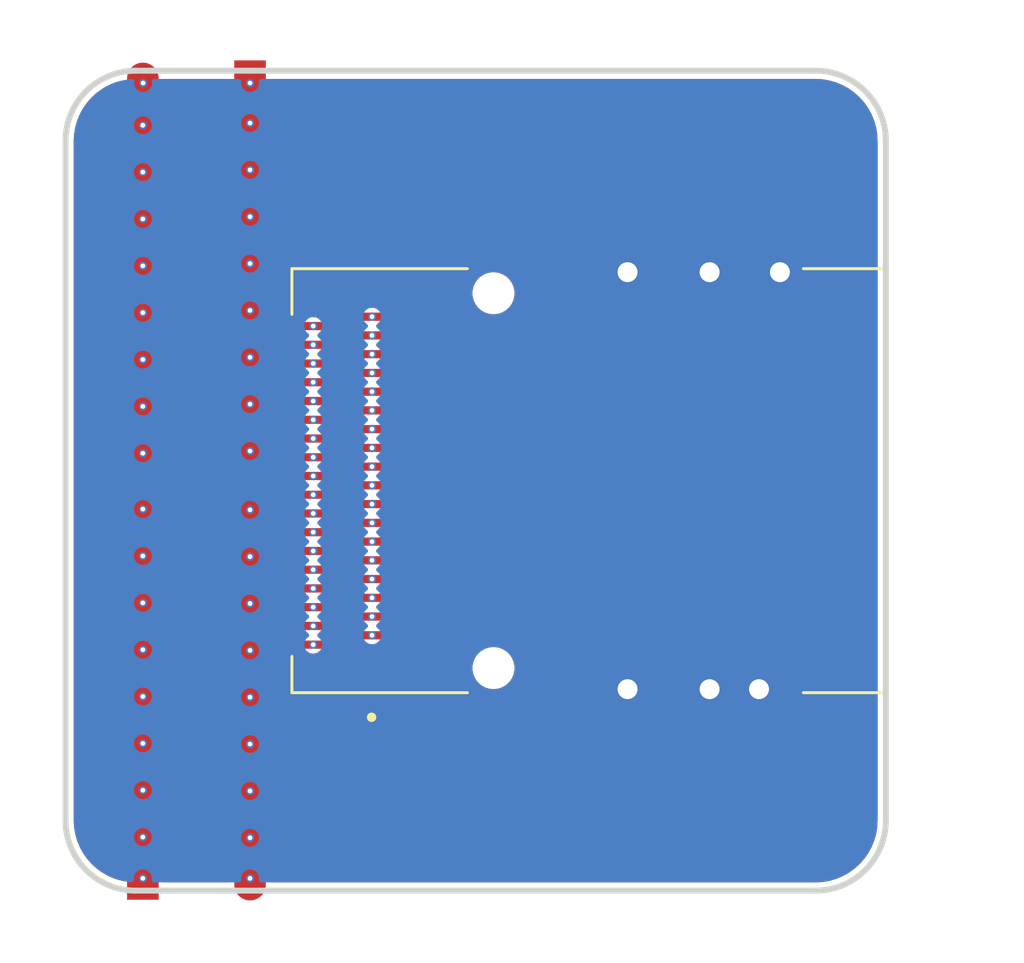
<source format=kicad_pcb>
(kicad_pcb (version 20221018) (generator pcbnew)
  (layers (0 "F.Cu" mixed) (1 "In1.Cu" signal) (2 "In2.Cu" signal) (31 "B.Cu" signal) (34 "B.Paste" user) (35 "F.Paste" user) (36 "B.SilkS" user "B.Silkscreen") (37 "F.SilkS" user "F.Silkscreen") (38 "B.Mask" user) (39 "F.Mask" user) (44 "Edge.Cuts" user))
  (net 0 "")
  (net 1 "Net-(J4-Pin_9)")
  (net 2 "Net-(J4-Pin_8)")
  (net 3 "Net-(J4-Pin_7)")
  (net 4 "Net-(J4-Pin_6)")
  (net 5 "Net-(J4-Pin_5)")
  (net 6 "Net-(J4-Pin_4)")
  (net 7 "Net-(J4-Pin_3)")
  (net 8 "Net-(J4-Pin_2)")
  (net 9 "Net-(J4-Pin_1)")
  (net 10 "Net-(J5-Pin_9)")
  (net 11 "Net-(J5-Pin_8)")
  (net 12 "Net-(J5-Pin_7)")
  (net 13 "Net-(J5-Pin_6)")
  (net 14 "Net-(J5-Pin_5)")
  (net 15 "Net-(J5-Pin_4)")
  (net 16 "Net-(J5-Pin_3)")
  (net 17 "Net-(J5-Pin_2)")
  (net 18 "Net-(J5-Pin_1)")
  (net 19 "Net-(J2-Pin_1)")
  (net 20 "Net-(J2-Pin_2)")
  (net 21 "Net-(J2-Pin_3)")
  (net 22 "Net-(J2-Pin_4)")
  (net 23 "Net-(J2-Pin_5)")
  (net 24 "Net-(J2-Pin_6)")
  (net 25 "Net-(J2-Pin_7)")
  (net 26 "Net-(J2-Pin_8)")
  (net 27 "Net-(J2-Pin_9)")
  (net 28 "Net-(J3-Pin_1)")
  (net 29 "Net-(J3-Pin_2)")
  (net 30 "Net-(J3-Pin_3)")
  (net 31 "Net-(J3-Pin_4)")
  (net 32 "Net-(J3-Pin_5)")
  (net 33 "Net-(J3-Pin_6)")
  (net 34 "Net-(J3-Pin_7)")
  (net 35 "Net-(J3-Pin_8)")
  (net 36 "Net-(J3-Pin_9)")
  (net 37 "GND")
  (footprint "Connector_PinSocket_2.00mm:PinSocket_1x09_P2.00mm_Vertical_test" (layer "F.Cu") (at 151.892 60.738)
    (fp_text reference "J5" hide)
    (fp_text value "Conn_01x09" hide)
    (pad "1" smd rect (at 0 0) (size 1.35 1.35) (layers "F.Cu" "F.Paste" "F.Mask") (net 18 "Net-(J5-Pin_1)"))
    (pad "2" smd oval (at 0 2) (size 1.35 1.35) (layers "F.Cu" "F.Paste" "F.Mask") (net 17 "Net-(J5-Pin_2)"))
    (pad "3" smd oval (at 0 4) (size 1.35 1.35) (layers "F.Cu" "F.Paste" "F.Mask") (net 16 "Net-(J5-Pin_3)"))
    (pad "4" smd oval (at 0 6) (size 1.35 1.35) (layers "F.Cu" "F.Paste" "F.Mask") (net 15 "Net-(J5-Pin_4)"))
    (pad "5" smd oval (at 0 8) (size 1.35 1.35) (layers "F.Cu" "F.Paste" "F.Mask") (net 14 "Net-(J5-Pin_5)"))
    (pad "6" smd oval (at 0 10) (size 1.35 1.35) (layers "F.Cu" "F.Paste" "F.Mask") (net 13 "Net-(J5-Pin_6)"))
    (pad "7" smd oval (at 0 12) (size 1.35 1.35) (layers "F.Cu" "F.Paste" "F.Mask") (net 12 "Net-(J5-Pin_7)"))
    (pad "8" smd oval (at 0 14) (size 1.35 1.35) (layers "F.Cu" "F.Paste" "F.Mask") (net 11 "Net-(J5-Pin_8)"))
    (pad "9" smd oval (at 0 16) (size 1.35 1.35) (layers "F.Cu" "F.Paste" "F.Mask") (net 10 "Net-(J5-Pin_9)"))
  )
  (footprint "Connector_PinSocket_2.00mm:PinSocket_1x09_P2.00mm_Vertical_test" (layer "F.Cu") (at 151.892 79.248)
    (fp_text reference "J4" hide)
    (fp_text value "Conn_01x09")
    (pad "1" smd rect (at 0 0) (size 1.35 1.35) (layers "F.Cu" "F.Paste" "F.Mask") (net 9 "Net-(J4-Pin_1)"))
    (pad "2" smd oval (at 0 2) (size 1.35 1.35) (layers "F.Cu" "F.Paste" "F.Mask") (net 8 "Net-(J4-Pin_2)"))
    (pad "3" smd oval (at 0 4) (size 1.35 1.35) (layers "F.Cu" "F.Paste" "F.Mask") (net 7 "Net-(J4-Pin_3)"))
    (pad "4" smd oval (at 0 6) (size 1.35 1.35) (layers "F.Cu" "F.Paste" "F.Mask") (net 6 "Net-(J4-Pin_4)"))
    (pad "5" smd oval (at 0 8) (size 1.35 1.35) (layers "F.Cu" "F.Paste" "F.Mask") (net 5 "Net-(J4-Pin_5)"))
    (pad "6" smd oval (at 0 10) (size 1.35 1.35) (layers "F.Cu" "F.Paste" "F.Mask") (net 4 "Net-(J4-Pin_6)"))
    (pad "7" smd oval (at 0 12) (size 1.35 1.35) (layers "F.Cu" "F.Paste" "F.Mask") (net 3 "Net-(J4-Pin_7)"))
    (pad "8" smd oval (at 0 14) (size 1.35 1.35) (layers "F.Cu" "F.Paste" "F.Mask") (net 2 "Net-(J4-Pin_8)"))
    (pad "9" smd oval (at 0 16) (size 1.35 1.35) (layers "F.Cu" "F.Paste" "F.Mask") (net 1 "Net-(J4-Pin_9)"))
  )
  (footprint "Connector_PinSocket_2.00mm:PinSocket_1x09_P2.00mm_Vertical_test" (layer "F.Cu") (at 147.32 95.218 180)
    (fp_text reference "J2" hide)
    (fp_text value "Conn_01x09")
    (pad "1" smd rect (at 0 0 180) (size 1.35 1.35) (layers "F.Cu" "F.Paste" "F.Mask") (net 19 "Net-(J2-Pin_1)"))
    (pad "2" smd oval (at 0 2 180) (size 1.35 1.35) (layers "F.Cu" "F.Paste" "F.Mask") (net 20 "Net-(J2-Pin_2)"))
    (pad "3" smd oval (at 0 4 180) (size 1.35 1.35) (layers "F.Cu" "F.Paste" "F.Mask") (net 21 "Net-(J2-Pin_3)"))
    (pad "4" smd oval (at 0 6 180) (size 1.35 1.35) (layers "F.Cu" "F.Paste" "F.Mask") (net 22 "Net-(J2-Pin_4)"))
    (pad "5" smd oval (at 0 8 180) (size 1.35 1.35) (layers "F.Cu" "F.Paste" "F.Mask") (net 23 "Net-(J2-Pin_5)"))
    (pad "6" smd oval (at 0 10 180) (size 1.35 1.35) (layers "F.Cu" "F.Paste" "F.Mask") (net 24 "Net-(J2-Pin_6)"))
    (pad "7" smd oval (at 0 12 180) (size 1.35 1.35) (layers "F.Cu" "F.Paste" "F.Mask") (net 25 "Net-(J2-Pin_7)"))
    (pad "8" smd oval (at 0 14 180) (size 1.35 1.35) (layers "F.Cu" "F.Paste" "F.Mask") (net 26 "Net-(J2-Pin_8)"))
    (pad "9" smd oval (at 0 16 180) (size 1.35 1.35) (layers "F.Cu" "F.Paste" "F.Mask") (net 27 "Net-(J2-Pin_9)"))
  )
  (footprint "Connector_SATA_SAS:miniSAS 8087" (layer "F.Cu") (at 162.278 78.004 90)
    (fp_text reference "J1" hide)
    (fp_text value "miniSAS 8087")
    (fp_line (start -9.05 -8.6) (end -7.5 -8.6) (stroke (width 0.127)) (layer "F.SilkS"))
    (fp_line (start -9.05 -1.115) (end -9.05 -8.6) (stroke (width 0.127)) (layer "F.SilkS"))
    (fp_line (start -9.05 16.8) (end -9.05 13.22) (stroke (width 0.127)) (layer "F.SilkS"))
    (fp_line (start 9.05 -8.6) (end 7.1 -8.6) (stroke (width 0.127)) (layer "F.SilkS"))
    (fp_line (start 9.05 -8.6) (end 9.05 -1.115) (stroke (width 0.127)) (layer "F.SilkS"))
    (fp_line (start 9.05 13.22) (end 9.05 16.8) (stroke (width 0.127)) (layer "F.SilkS"))
    (fp_line (start 9.05 16.8) (end -9.05 16.8) (stroke (width 0.127)) (layer "F.SilkS"))
    (fp_circle (center -10.1 -5.2) (end -10 -5.2) (stroke (width 0.2)) (fill none) (layer "F.SilkS"))
    (pad "" np_thru_hole circle locked (at -8 0 90) (size 1.59 1.59) (drill 1.59) (layers "*.Cu" "*.Mask"))
    (pad "" np_thru_hole circle locked (at 8 0 90) (size 1.59 1.59) (drill 1.59) (layers "*.Cu" "*.Mask"))
    (pad "A1" smd oval locked (at -6.6 -5.18 90) (size 0.35 1.8) (layers "F.Cu" "F.Paste" "F.Mask") (net 1 "Net-(J4-Pin_9)"))
    (pad "A2" smd oval locked (at -5.8 -5.18 90) (size 0.35 1.8) (layers "F.Cu" "F.Paste" "F.Mask") (net 2 "Net-(J4-Pin_8)"))
    (pad "A3" smd oval locked (at -5 -5.18 90) (size 0.35 1.8) (layers "F.Cu" "F.Paste" "F.Mask") (net 3 "Net-(J4-Pin_7)"))
    (pad "A4" smd oval locked (at -4.2 -5.18 90) (size 0.35 1.8) (layers "F.Cu" "F.Paste" "F.Mask") (net 4 "Net-(J4-Pin_6)"))
    (pad "A5" smd oval locked (at -3.4 -5.18 90) (size 0.35 1.8) (layers "F.Cu" "F.Paste" "F.Mask") (net 5 "Net-(J4-Pin_5)"))
    (pad "A6" smd oval locked (at -2.6 -5.18 90) (size 0.35 1.8) (layers "F.Cu" "F.Paste" "F.Mask") (net 6 "Net-(J4-Pin_4)"))
    (pad "A7" smd oval locked (at -1.8 -5.18 90) (size 0.35 1.8) (layers "F.Cu" "F.Paste" "F.Mask") (net 7 "Net-(J4-Pin_3)"))
    (pad "A8" smd oval locked (at -1 -5.18 90) (size 0.35 1.8) (layers "F.Cu" "F.Paste" "F.Mask") (net 8 "Net-(J4-Pin_2)"))
    (pad "A9" smd oval locked (at -0.2 -5.18 90) (size 0.35 1.8) (layers "F.Cu" "F.Paste" "F.Mask") (net 9 "Net-(J4-Pin_1)"))
    (pad "A10" smd oval locked (at 0.6 -5.18 90) (size 0.35 1.8) (layers "F.Cu" "F.Paste" "F.Mask") (net 10 "Net-(J5-Pin_9)"))
    (pad "A11" smd oval locked (at 1.4 -5.18 90) (size 0.35 1.8) (layers "F.Cu" "F.Paste" "F.Mask") (net 11 "Net-(J5-Pin_8)"))
    (pad "A12" smd oval locked (at 2.2 -5.18 90) (size 0.35 1.8) (layers "F.Cu" "F.Paste" "F.Mask") (net 12 "Net-(J5-Pin_7)"))
    (pad "A13" smd oval locked (at 3 -5.18 90) (size 0.35 1.8) (layers "F.Cu" "F.Paste" "F.Mask") (net 13 "Net-(J5-Pin_6)"))
    (pad "A14" smd oval locked (at 3.8 -5.18 90) (size 0.35 1.8) (layers "F.Cu" "F.Paste" "F.Mask") (net 14 "Net-(J5-Pin_5)"))
    (pad "A15" smd oval locked (at 4.6 -5.18 90) (size 0.35 1.8) (layers "F.Cu" "F.Paste" "F.Mask") (net 15 "Net-(J5-Pin_4)"))
    (pad "A16" smd oval locked (at 5.4 -5.18 90) (size 0.35 1.8) (layers "F.Cu" "F.Paste" "F.Mask") (net 16 "Net-(J5-Pin_3)"))
    (pad "A17" smd oval locked (at 6.2 -5.18 90) (size 0.35 1.8) (layers "F.Cu" "F.Paste" "F.Mask") (net 17 "Net-(J5-Pin_2)"))
    (pad "A18" smd oval locked (at 7 -5.18 90) (size 0.35 1.8) (layers "F.Cu" "F.Paste" "F.Mask") (net 18 "Net-(J5-Pin_1)"))
    (pad "B1" smd oval locked (at -7 -7.69 90) (size 0.35 1.8) (layers "F.Cu" "F.Paste" "F.Mask") (net 19 "Net-(J2-Pin_1)"))
    (pad "B2" smd oval locked (at -6.2 -7.69 90) (size 0.35 1.8) (layers "F.Cu" "F.Paste" "F.Mask") (net 20 "Net-(J2-Pin_2)"))
    (pad "B3" smd oval locked (at -5.4 -7.69 90) (size 0.35 1.8) (layers "F.Cu" "F.Paste" "F.Mask") (net 21 "Net-(J2-Pin_3)"))
    (pad "B4" smd oval locked (at -4.6 -7.69 90) (size 0.35 1.8) (layers "F.Cu" "F.Paste" "F.Mask") (net 22 "Net-(J2-Pin_4)"))
    (pad "B5" smd oval locked (at -3.8 -7.69 90) (size 0.35 1.8) (layers "F.Cu" "F.Paste" "F.Mask") (net 23 "Net-(J2-Pin_5)"))
    (pad "B6" smd oval locked (at -3 -7.69 90) (size 0.35 1.8) (layers "F.Cu" "F.Paste" "F.Mask") (net 24 "Net-(J2-Pin_6)"))
    (pad "B7" smd oval locked (at -2.2 -7.69 90) (size 0.35 1.8) (layers "F.Cu" "F.Paste" "F.Mask") (net 25 "Net-(J2-Pin_7)"))
    (pad "B8" smd oval locked (at -1.4 -7.69 90) (size 0.35 1.8) (layers "F.Cu" "F.Paste" "F.Mask") (net 26 "Net-(J2-Pin_8)"))
    (pad "B9" smd oval locked (at -0.6 -7.69 90) (size 0.35 1.8) (layers "F.Cu" "F.Paste" "F.Mask") (net 27 "Net-(J2-Pin_9)"))
    (pad "B10" smd oval locked (at 0.2 -7.69 90) (size 0.35 1.8) (layers "F.Cu" "F.Paste" "F.Mask") (net 28 "Net-(J3-Pin_1)"))
    (pad "B11" smd oval locked (at 1 -7.69 90) (size 0.35 1.8) (layers "F.Cu" "F.Paste" "F.Mask") (net 29 "Net-(J3-Pin_2)"))
    (pad "B12" smd oval locked (at 1.8 -7.69 90) (size 0.35 1.8) (layers "F.Cu" "F.Paste" "F.Mask") (net 30 "Net-(J3-Pin_3)"))
    (pad "B13" smd oval locked (at 2.6 -7.69 90) (size 0.35 1.8) (layers "F.Cu" "F.Paste" "F.Mask") (net 31 "Net-(J3-Pin_4)"))
    (pad "B14" smd oval locked (at 3.4 -7.69 90) (size 0.35 1.8) (layers "F.Cu" "F.Paste" "F.Mask") (net 32 "Net-(J3-Pin_5)"))
    (pad "B15" smd oval locked (at 4.2 -7.69 90) (size 0.35 1.8) (layers "F.Cu" "F.Paste" "F.Mask") (net 33 "Net-(J3-Pin_6)"))
    (pad "B16" smd oval locked (at 5 -7.69 90) (size 0.35 1.8) (layers "F.Cu" "F.Paste" "F.Mask") (net 34 "Net-(J3-Pin_7)"))
    (pad "B17" smd oval locked (at 5.8 -7.69 90) (size 0.35 1.8) (layers "F.Cu" "F.Paste" "F.Mask") (net 35 "Net-(J3-Pin_8)"))
    (pad "B18" smd oval locked (at 6.6 -7.69 90) (size 0.35 1.8) (layers "F.Cu" "F.Paste" "F.Mask") (net 36 "Net-(J3-Pin_9)"))
    (pad "S1" thru_hole circle locked (at -8.9 5.72 90) (size 1.358 1.358) (drill 0.85) (layers "*.Cu" "*.Mask") (net 37 "GND"))
    (pad "S2" thru_hole circle locked (at 8.9 5.72 90) (size 1.358 1.358) (drill 0.85) (layers "*.Cu" "*.Mask") (net 37 "GND"))
    (pad "S3" thru_hole circle locked (at -8.9 9.22 90) (size 1.358 1.358) (drill 0.85) (layers "*.Cu" "*.Mask") (net 37 "GND"))
    (pad "S4" thru_hole circle locked (at 8.9 9.22 90) (size 1.358 1.358) (drill 0.85) (layers "*.Cu" "*.Mask") (net 37 "GND"))
    (pad "S5" thru_hole circle locked (at -8.9 11.3284 90) (size 1.358 1.358) (drill 0.85) (layers "*.Cu" "*.Mask") (net 37 "GND"))
    (pad "S6" thru_hole circle locked (at 8.9 12.22 90) (size 1.358 1.358) (drill 0.85) (layers "*.Cu" "*.Mask") (net 37 "GND"))
  )
  (footprint "Connector_PinSocket_2.00mm:PinSocket_1x09_P2.00mm_Vertical_test" (layer "F.Cu") (at 147.32 76.834 180)
    (fp_text reference "J3" hide)
    (fp_text value "Conn_01x09")
    (pad "1" smd rect (at 0 0 180) (size 1.35 1.35) (layers "F.Cu" "F.Paste" "F.Mask") (net 28 "Net-(J3-Pin_1)"))
    (pad "2" smd oval (at 0 2 180) (size 1.35 1.35) (layers "F.Cu" "F.Paste" "F.Mask") (net 29 "Net-(J3-Pin_2)"))
    (pad "3" smd oval (at 0 4 180) (size 1.35 1.35) (layers "F.Cu" "F.Paste" "F.Mask") (net 30 "Net-(J3-Pin_3)"))
    (pad "4" smd oval (at 0 6 180) (size 1.35 1.35) (layers "F.Cu" "F.Paste" "F.Mask") (net 31 "Net-(J3-Pin_4)"))
    (pad "5" smd oval (at 0 8 180) (size 1.35 1.35) (layers "F.Cu" "F.Paste" "F.Mask") (net 32 "Net-(J3-Pin_5)"))
    (pad "6" smd oval (at 0 10 180) (size 1.35 1.35) (layers "F.Cu" "F.Paste" "F.Mask") (net 33 "Net-(J3-Pin_6)"))
    (pad "7" smd oval (at 0 12 180) (size 1.35 1.35) (layers "F.Cu" "F.Paste" "F.Mask") (net 34 "Net-(J3-Pin_7)"))
    (pad "8" smd oval (at 0 14 180) (size 1.35 1.35) (layers "F.Cu" "F.Paste" "F.Mask") (net 35 "Net-(J3-Pin_8)"))
    (pad "9" smd oval (at 0 16 180) (size 1.35 1.35) (layers "F.Cu" "F.Paste" "F.Mask") (net 36 "Net-(J3-Pin_9)"))
  )
  (gr_line locked (start 144.018 92.504) (end 144.018 63.504) (stroke (width 0.254)) (layer "Edge.Cuts"))
  (gr_line locked (start 179.018 92.504) (end 179.018 63.504) (stroke (width 0.254)) (layer "Edge.Cuts"))
  (gr_line locked (start 176.018 60.504) (end 147.018 60.504) (stroke (width 0.254)) (layer "Edge.Cuts"))
  (gr_arc locked (start 147.018 95.504) (mid 144.89668 94.62532) (end 144.018 92.504) (stroke (width 0.254)) (layer "Edge.Cuts"))
  (gr_line locked (start 147.018 95.504) (end 176.018 95.504) (stroke (width 0.254)) (layer "Edge.Cuts"))
  (gr_arc locked (start 176.018 60.504) (mid 178.13932 61.38268) (end 179.018 63.504) (stroke (width 0.254)) (layer "Edge.Cuts"))
  (gr_arc locked (start 144.018 63.504) (mid 144.89668 61.38268) (end 147.018 60.504) (stroke (width 0.254)) (layer "Edge.Cuts"))
  (gr_arc locked (start 179.018 92.504) (mid 178.13932 94.62532) (end 176.018 95.504) (stroke (width 0.254)) (layer "Edge.Cuts"))
  (via (at 157.098 84.604) (size 0.35) (drill 0.2) (layers "F.Cu" "B.Cu") (net 1))
  (via (at 151.892 94.9795) (size 0.35) (drill 0.2) (layers "F.Cu" "B.Cu") (net 1))
  (via (at 157.098 83.804) (size 0.35) (drill 0.2) (layers "F.Cu" "B.Cu") (net 2))
  (via (at 151.892 93.248) (size 0.35) (drill 0.2) (layers "F.Cu" "B.Cu") (net 2))
  (via (at 157.098 83.004) (size 0.35) (drill 0.2) (layers "F.Cu" "B.Cu") (net 3))
  (via (at 151.892 91.248) (size 0.35) (drill 0.2) (layers "F.Cu" "B.Cu") (net 3))
  (via (at 151.892 89.248) (size 0.35) (drill 0.2) (layers "F.Cu" "B.Cu") (net 4))
  (via (at 157.098 82.204) (size 0.35) (drill 0.2) (layers "F.Cu" "B.Cu") (net 4))
  (via (at 157.098 81.404) (size 0.35) (drill 0.2) (layers "F.Cu" "B.Cu") (net 5))
  (via (at 151.892 87.248) (size 0.35) (drill 0.2) (layers "F.Cu" "B.Cu") (net 5))
  (via (at 151.892 85.248) (size 0.35) (drill 0.2) (layers "F.Cu" "B.Cu") (net 6))
  (via (at 157.098 80.604) (size 0.35) (drill 0.2) (layers "F.Cu" "B.Cu") (net 6))
  (via (at 151.892 83.248) (size 0.35) (drill 0.2) (layers "F.Cu" "B.Cu") (net 7))
  (via (at 157.098 79.804) (size 0.35) (drill 0.2) (layers "F.Cu" "B.Cu") (net 7))
  (via (at 151.892 81.248) (size 0.35) (drill 0.2) (layers "F.Cu" "B.Cu") (net 8))
  (via (at 157.098 79.004) (size 0.35) (drill 0.2) (layers "F.Cu" "B.Cu") (net 8))
  (via (at 151.892 79.248) (size 0.35) (drill 0.2) (layers "F.Cu" "B.Cu") (net 9))
  (via (at 157.098 78.204) (size 0.35) (drill 0.2) (layers "F.Cu" "B.Cu") (net 9))
  (via (at 151.892 76.738) (size 0.35) (drill 0.2) (layers "F.Cu" "B.Cu") (net 10))
  (via (at 157.098 77.404) (size 0.35) (drill 0.2) (layers "F.Cu" "B.Cu") (net 10))
  (via (at 151.892 74.738) (size 0.35) (drill 0.2) (layers "F.Cu" "B.Cu") (net 11))
  (via (at 157.098 76.604) (size 0.35) (drill 0.2) (layers "F.Cu" "B.Cu") (net 11))
  (via (at 151.892 72.738) (size 0.35) (drill 0.2) (layers "F.Cu" "B.Cu") (net 12))
  (via (at 157.098 75.804) (size 0.35) (drill 0.2) (layers "F.Cu" "B.Cu") (net 12))
  (via (at 151.892 70.738) (size 0.35) (drill 0.2) (layers "F.Cu" "B.Cu") (net 13))
  (via (at 157.098 75.004) (size 0.35) (drill 0.2) (layers "F.Cu" "B.Cu") (net 13))
  (via (at 151.892 68.738) (size 0.35) (drill 0.2) (layers "F.Cu" "B.Cu") (net 14))
  (via (at 157.098 74.204) (size 0.35) (drill 0.2) (layers "F.Cu" "B.Cu") (net 14))
  (via (at 157.098 73.404) (size 0.35) (drill 0.2) (layers "F.Cu" "B.Cu") (net 15))
  (via (at 151.892 66.738) (size 0.35) (drill 0.2) (layers "F.Cu" "B.Cu") (net 15))
  (via (at 151.892 64.738) (size 0.35) (drill 0.2) (layers "F.Cu" "B.Cu") (net 16))
  (via (at 157.098 72.604) (size 0.35) (drill 0.2) (layers "F.Cu" "B.Cu") (net 16))
  (via (at 157.098 71.804) (size 0.35) (drill 0.2) (layers "F.Cu" "B.Cu") (net 17))
  (via (at 151.892 62.738) (size 0.35) (drill 0.2) (layers "F.Cu" "B.Cu") (net 17))
  (via (at 151.892 61.0285) (size 0.35) (drill 0.2) (layers "F.Cu" "B.Cu") (net 18))
  (via (at 157.098 71.004) (size 0.35) (drill 0.2) (layers "F.Cu" "B.Cu") (net 18))
  (via (at 154.588 85.004) (size 0.35) (drill 0.2) (layers "F.Cu" "B.Cu") (net 19))
  (via (at 147.32 94.9795) (size 0.35) (drill 0.2) (layers "F.Cu" "B.Cu") (net 19))
  (via (at 147.32 93.218) (size 0.35) (drill 0.2) (layers "F.Cu" "B.Cu") (net 20))
  (via (at 154.588 84.204) (size 0.35) (drill 0.2) (layers "F.Cu" "B.Cu") (net 20))
  (via (at 147.32 91.218) (size 0.35) (drill 0.2) (layers "F.Cu" "B.Cu") (net 21))
  (via (at 154.588 83.404) (size 0.35) (drill 0.2) (layers "F.Cu" "B.Cu") (net 21))
  (via (at 147.32 89.218) (size 0.35) (drill 0.2) (layers "F.Cu" "B.Cu") (net 22))
  (via (at 154.588 82.604) (size 0.35) (drill 0.2) (layers "F.Cu" "B.Cu") (net 22))
  (via (at 147.32 87.218) (size 0.35) (drill 0.2) (layers "F.Cu" "B.Cu") (net 23))
  (via (at 154.588 81.804) (size 0.35) (drill 0.2) (layers "F.Cu" "B.Cu") (net 23))
  (via (at 147.32 85.218) (size 0.35) (drill 0.2) (layers "F.Cu" "B.Cu") (net 24))
  (via (at 154.588 81.004) (size 0.35) (drill 0.2) (layers "F.Cu" "B.Cu") (net 24))
  (via (at 147.32 83.218) (size 0.35) (drill 0.2) (layers "F.Cu" "B.Cu") (net 25))
  (via (at 154.588 80.204) (size 0.35) (drill 0.2) (layers "F.Cu" "B.Cu") (net 25))
  (via (at 147.32 81.218) (size 0.35) (drill 0.2) (layers "F.Cu" "B.Cu") (net 26))
  (via (at 154.588 79.404) (size 0.35) (drill 0.2) (layers "F.Cu" "B.Cu") (net 26))
  (via (at 147.32 79.218) (size 0.35) (drill 0.2) (layers "F.Cu" "B.Cu") (net 27))
  (via (at 154.588 78.604) (size 0.35) (drill 0.2) (layers "F.Cu" "B.Cu") (net 27))
  (via (at 154.588 77.804) (size 0.35) (drill 0.2) (layers "F.Cu" "B.Cu") (net 28))
  (via (at 147.32 76.834) (size 0.35) (drill 0.2) (layers "F.Cu" "B.Cu") (net 28))
  (via (at 154.588 77.004) (size 0.35) (drill 0.2) (layers "F.Cu" "B.Cu") (net 29))
  (via (at 147.32 74.834) (size 0.35) (drill 0.2) (layers "F.Cu" "B.Cu") (net 29))
  (via (at 154.588 76.204) (size 0.35) (drill 0.2) (layers "F.Cu" "B.Cu") (net 30))
  (via (at 147.32 72.834) (size 0.35) (drill 0.2) (layers "F.Cu" "B.Cu") (net 30))
  (via (at 154.588 75.404) (size 0.35) (drill 0.2) (layers "F.Cu" "B.Cu") (net 31))
  (via (at 147.32 70.834) (size 0.35) (drill 0.2) (layers "F.Cu" "B.Cu") (net 31))
  (via (at 147.32 68.834) (size 0.35) (drill 0.2) (layers "F.Cu" "B.Cu") (net 32))
  (via (at 154.588 74.604) (size 0.35) (drill 0.2) (layers "F.Cu" "B.Cu") (net 32))
  (via (at 147.32 66.834) (size 0.35) (drill 0.2) (layers "F.Cu" "B.Cu") (net 33))
  (via (at 154.588 73.804) (size 0.35) (drill 0.2) (layers "F.Cu" "B.Cu") (net 33))
  (via (at 147.32 64.834) (size 0.35) (drill 0.2) (layers "F.Cu" "B.Cu") (net 34))
  (via (at 154.588 73.004) (size 0.35) (drill 0.2) (layers "F.Cu" "B.Cu") (net 34))
  (via (at 154.588 72.204) (size 0.35) (drill 0.2) (layers "F.Cu" "B.Cu") (net 35))
  (via (at 147.32 62.834) (size 0.35) (drill 0.2) (layers "F.Cu" "B.Cu") (net 35))
  (via (at 154.588 71.404) (size 0.35) (drill 0.2) (layers "F.Cu" "B.Cu") (net 36))
  (via (at 147.331437 61.0285) (size 0.35) (drill 0.2) (layers "F.Cu" "B.Cu") (net 36))
  (zone (net 37) (net_name "GND") (layers "F&B.Cu") (connect_pads yes (clearance 0.2032)) (min_thickness 0.2032) (fill yes (thermal_gap 0.2032) (thermal_bridge_width 0.2032) (island_removal_mode 1) (island_area_min 9.999999))
    (polygon (pts (xy 143.3576 58.1914) (xy 184.912 58.3438) (xy 184.3024 98.4504) (xy 141.224 98.3996)))
  )
)
</source>
